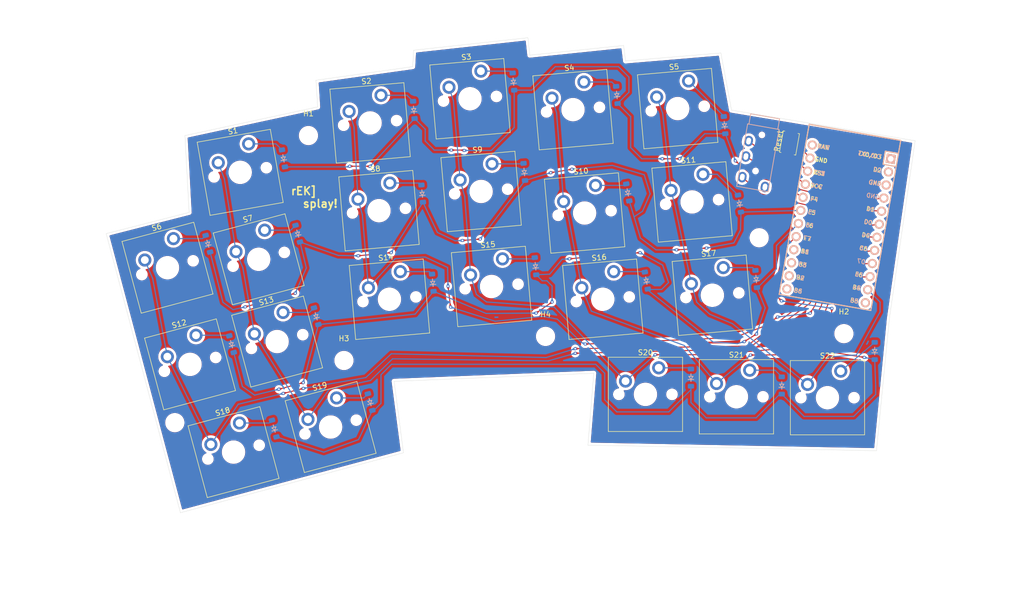
<source format=kicad_pcb>
(kicad_pcb (version 20240108) (generator "pcbnew") (generator_version "8.0")
  (title_block (title "splay-left") (date "2024-08-13") (rev "1"))
  (layers (0 "F.Cu" signal) (31 "B.Cu" signal) (34 "B.Paste" user) (35 "F.Paste" user) (36 "B.SilkS" user "B.Silkscreen") (37 "F.SilkS" user "F.Silkscreen") (38 "B.Mask" user) (39 "F.Mask" user) (44 "Edge.Cuts" user))
  (net 0 "")
  (net 1 "Net-(D1-A)")
  (net 2 "Row 1")
  (net 3 "Net-(D2-A)")
  (net 4 "Net-(D3-A)")
  (net 5 "Net-(D4-A)")
  (net 6 "Net-(D5-A)")
  (net 7 "Net-(D6-A)")
  (net 8 "Row 2")
  (net 9 "Net-(D7-A)")
  (net 10 "Net-(D8-A)")
  (net 11 "Net-(D9-A)")
  (net 12 "Net-(D10-A)")
  (net 13 "Net-(D11-A)")
  (net 14 "Net-(D12-A)")
  (net 15 "Row 3")
  (net 16 "Net-(D13-A)")
  (net 17 "Net-(D14-A)")
  (net 18 "Net-(D15-A)")
  (net 19 "Net-(D16-A)")
  (net 20 "Net-(D17-A)")
  (net 21 "Row 4")
  (net 22 "Net-(D18-A)")
  (net 23 "Net-(D19-A)")
  (net 24 "Net-(D20-A)")
  (net 25 "Net-(D21-A)")
  (net 26 "Net-(D22-A)")
  (net 27 "Col 2")
  (net 28 "Col 3")
  (net 29 "Col 4")
  (net 30 "Col 5")
  (net 31 "Col 6")
  (net 32 "Col 1")
  (net 33 "GND")
  (net 34 "RST")
  (net 44 "SIG")
  (net 45 "VCC")
  (footprint "" (layer "F.Cu") (at 75.13 103.03)
    (property "Reference" "")
    (property "Value" "")
  )
  (footprint "PCM_Switch_Keyboard_Cherry_MX:SW_Cherry_MX_PCB" (layer "F.Cu") (at 73.727177 73.402133 15)
    (property "Reference" "S6")
    (property "Value" "Keyswitch" (hide yes))
  )
  (footprint "PCM_Switch_Keyboard_Cherry_MX:SW_Cherry_MX_PCB" (layer "F.Cu") (at 165.12 97.62)
    (property "Reference" "S20")
    (property "Value" "Keyswitch" (hide yes))
  )
  (footprint "PCM_Switch_Keyboard_Cherry_MX:SW_Cherry_MX_PCB" (layer "F.Cu") (at 133.7 58.82 5)
    (property "Reference" "S9")
    (property "Value" "Keyswitch" (hide yes))
  )
  (footprint "PCM_Switch_Keyboard_Cherry_MX:SW_Cherry_MX_PCB" (layer "F.Cu") (at 174.04 60.82 5)
    (property "Reference" "S11")
    (property "Value" "Keyswitch" (hide yes))
  )
  (footprint "PCM_Switch_Keyboard_Cherry_MX:SW_Cherry_MX_PCB" (layer "F.Cu") (at 135.7 76.99 5)
    (property "Reference" "S15")
    (property "Value" "Keyswitch" (hide yes))
  )
  (footprint "PCM_Switch_Keyboard_Cherry_MX:SW_Cherry_MX_PCB" (layer "F.Cu") (at 177.919331 78.662751 5)
    (property "Reference" "S17")
    (property "Value" "Keyswitch" (hide yes))
  )
  (footprint "PCM_Switch_Keyboard_Cherry_MX:SW_Cherry_MX_PCB" (layer "F.Cu") (at 86.357177 108.662133 15)
    (property "Reference" "S18")
    (property "Value" "Keyswitch" (hide yes))
  )
  (footprint "MountingHole:MountingHole_3.2mm_M3" (layer "F.Cu") (at 186.87 67.67)
    (property "Reference" "H2" (hide yes))
    (property "Value" "Mounting_Hole" (hide yes))
  )
  (footprint "PCM_Switch_Keyboard_Cherry_MX:SW_Cherry_MX_PCB" (layer "F.Cu") (at 199.929331 98.257249)
    (property "Reference" "S22")
    (property "Value" "Keyswitch" (hide yes))
  )
  (footprint "PCM_Switch_Keyboard_Cherry_MX:SW_Cherry_MX_PCB" (layer "F.Cu") (at 151.269331 43.172751 5)
    (property "Reference" "S4")
    (property "Value" "Keyswitch" (hide yes))
  )
  (footprint "PCM_Switch_Keyboard_Cherry_MX:SW_Cherry_MX_PCB" (layer "F.Cu") (at 182.52 98.08)
    (property "Reference" "S21")
    (property "Value" "Keyswitch" (hide yes))
  )
  (footprint "MountingHole:MountingHole_3.2mm_M3" (layer "F.Cu") (at 107.47 91.14)
    (property "Reference" "H3")
    (property "Value" "Mounting_Hole" (hide yes))
  )
  (footprint "PCM_Switch_Keyboard_Cherry_MX:SW_Cherry_MX_PCB" (layer "F.Cu") (at 116.169331 79.432751 5)
    (property "Reference" "S14")
    (property "Value" "Keyswitch" (hide yes))
  )
  (footprint "MountingHole:MountingHole_3.2mm_M3" (layer "F.Cu") (at 146.019999 86.533981)
    (property "Reference" "H4")
    (property "Value" "Mounting_Hole" (hide yes))
  )
  (footprint "PCM_Switch_Keyboard_Cherry_MX:SW_Cherry_MX_PCB" (layer "F.Cu") (at 114.169331 62.492751 5)
    (property "Reference" "S8")
    (property "Value" "Keyswitch" (hide yes))
  )
  (footprint "PCM_Switch_Keyboard_Cherry_MX:SW_Cherry_MX_PCB" (layer "F.Cu") (at 156.969331 79.432751 5)
    (property "Reference" "S16")
    (property "Value" "Keyswitch" (hide yes))
  )
  (footprint "MountingHole:MountingHole_3.2mm_M3" (layer "F.Cu") (at 203.07 86.01)
    (property "Reference" "H2")
    (property "Value" "Mounting_Hole" (hide yes))
  )
  (footprint "PCM_Switch_Keyboard_Cherry_MX:SW_Cherry_MX_PCB" (layer "F.Cu") (at 87.63 55.162751 10)
    (property "Reference" "S1")
    (property "Value" "Keyswitch" (hide yes))
  )
  (footprint "PCM_Switch_Keyboard_Cherry_MX:SW_Cherry_MX_PCB" (layer "F.Cu") (at 153.489331 62.942751 5)
    (property "Reference" "S10")
    (property "Value" "Keyswitch" (hide yes))
  )
  (footprint "PCM_Switch_Keyboard_Cherry_MX:SW_Cherry_MX_PCB" (layer "F.Cu") (at 91.169331 71.792751 15)
    (property "Reference" "S7")
    (property "Value" "Keyswitch" (hide yes))
  )
  (footprint "MountingHole:MountingHole_3.2mm_M3" (layer "F.Cu") (at 100.68 48.13)
    (property "Reference" "H1")
    (property "Value" "Mounting_Hole" (hide yes))
  )
  (footprint "PCM_Switch_Keyboard_Cherry_MX:SW_Cherry_MX_PCB" (layer "F.Cu") (at 171.289331 42.972751 5)
    (property "Reference" "S5")
    (property "Value" "Keyswitch" (hide yes))
  )
  (footprint "PCM_Switch_Keyboard_Cherry_MX:SW_Cherry_MX_PCB" (layer "F.Cu") (at 78.037177 91.882133 15)
    (property "Reference" "S12")
    (property "Value" "Keyswitch" (hide yes))
  )
  (footprint "PCM_Switch_Keyboard_Cherry_MX:SW_Cherry_MX_PCB" (layer "F.Cu") (at 131.569331 41.092751 5)
    (property "Reference" "S3")
    (property "Value" "Keyswitch" (hide yes))
  )
  (footprint "Button_Switch_SMD:SW_Push_SPST_NO_Alps_SKRK" (layer "F.Cu") (at 192.67 49.55 80)
    (property "Reference" "SW1" (hide yes))
    (property "Value" "Reset")
  )
  (footprint "PCM_Switch_Keyboard_Cherry_MX:SW_Cherry_MX_PCB" (layer "F.Cu") (at 112.469331 45.712751 5)
    (property "Reference" "S2")
    (property "Value" "Keyswitch" (hide yes))
  )
  (footprint "PCM_Switch_Keyboard_Cherry_MX:SW_Cherry_MX_PCB" (layer "F.Cu") (at 104.923097 103.864801 15)
    (property "Reference" "S19")
    (property "Value" "Keyswitch" (hide yes))
  )
  (footprint "PCM_Switch_Keyboard_Cherry_MX:SW_Cherry_MX_PCB" (layer "F.Cu") (at 94.69 87.52 15)
    (property "Reference" "S13")
    (property "Value" "Keyswitch" (hide yes))
  )
  (footprint "Scotto Components:TRRS_PJ-320A" (layer "B.Cu") (at 187.670024 46.435015 170)
    (property "Reference" "U1")
    (property "Value" "TRRS")
  )
  (footprint "Scotto Components:Diode_SOD-123" (layer "B.Cu") (at 139.88 37.81 95)
    (property "Reference" "D3" (hide yes))
    (property "Value" "Diode")
  )
  (footprint "Scotto Components:Diode_SOD-123" (layer "B.Cu") (at 141.956193 55.08628 95)
    (property "Reference" "D9" (hide yes))
    (property "Value" "Diode")
  )
  (footprint "Scotto Components:Diode_SOD-123" (layer "B.Cu") (at 144.1 73.11 95)
    (property "Reference" "D15" (hide yes))
    (property "Value" "Diode")
  )
  (footprint "Scotto Components:Diode_SOD-123" (layer "B.Cu") (at 159.656189 40.36628 95)
    (property "Reference" "D4" (hide yes))
    (property "Value" "Diode")
  )
  (footprint "Scotto Components:Diode_SOD-123" (layer "B.Cu") (at 183.1 61.14 100)
    (property "Reference" "D11" (hide yes))
    (property "Value" "Diode")
  )
  (footprint "Scotto MCU 2:Arduino_Pro_Micro" (layer "B.Cu") (at 202.102033 65.021742 170)
    (property "Reference" "U2" (hide yes))
    (property "Value" "Arduino_Pro_Micro" (hide yes))
  )
  (footprint "Scotto Components:Diode_SOD-123" (layer "B.Cu") (at 186.3 75.56 95)
    (property "Reference" "D17" (hide yes))
    (property "Value" "Diode")
  )
  (footprint "Scotto Components:Diode_SOD-123" (layer "B.Cu") (at 208.96 89.32 90)
    (property "Reference" "D22" (hide yes))
    (property "Value" "Diode")
  )
  (footprint "Scotto Components:Diode_SOD-123" (layer "B.Cu") (at 81.45 68.82 105)
    (property "Reference" "D6" (hide yes))
    (property "Value" "Diode")
  )
  (footprint "Scotto Components:Diode_SOD-123" (layer "B.Cu") (at 102.16 82.68 105)
    (property "Reference" "D13" (hide yes))
    (property "Value" "Diode")
  )
  (footprint "Scotto Components:Diode_SOD-123" (layer "B.Cu") (at 94.137051 104.163776 105)
    (property "Reference" "D18" (hide yes))
    (property "Value" "Diode")
  )
  (footprint "Scotto Components:Diode_SOD-123" (layer "B.Cu") (at 161.74 59 100)
    (property "Reference" "D10" (hide yes))
    (property "Value" "Diode")
  )
  (footprint "Scotto Components:Diode_SOD-123" (layer "B.Cu") (at 95.903481 52.495069 100)
    (property "Reference" "D1" (hide yes))
    (property "Value" "Diode")
  )
  (footprint "Scotto Components:Diode_SOD-123" (layer "B.Cu") (at 173.82 94.42 90)
    (property "Reference" "D20" (hide yes))
    (property "Value" "Diode")
  )
  (footprint "Scotto Components:Diode_SOD-123" (layer "B.Cu") (at 180.246189 46.13628 95)
    (property "Reference" "D5" (hide yes))
    (property "Value" "Diode")
  )
  (footprint "Scotto Components:Diode_SOD-123" (layer "B.Cu") (at 165.29 75.86 100)
    (property "Reference" "D16" (hide yes))
    (property "Value" "Diode")
  )
  (footprint "Scotto Components:Diode_SOD-123" (layer "B.Cu") (at 85.97 88.02 105)
    (property "Reference" "D12" (hide yes))
    (property "Value" "Diode")
  )
  (footprint "Scotto Components:Diode_SOD-123" (layer "B.Cu") (at 112.47 99.1 105)
    (property "Reference" "D19" (hide yes))
    (property "Value" "Diode")
  )
  (footprint "Scotto Components:Diode_SOD-123" (layer "B.Cu") (at 98.64 66.89 105)
    (property "Reference" "D7" (hide yes))
    (property "Value" "Diode")
  )
  (footprint "Scotto Components:Diode_SOD-123" (layer "B.Cu") (at 122.43 59.23 95)
    (property "Reference" "D8" (hide yes))
    (property "Value" "Diode")
  )
  (footprint "Scotto Components:Diode_SOD-123" (layer "B.Cu") (at 191.19 95.919999 90)
    (property "Reference" "D21" (hide yes))
    (property "Value" "Diode")
  )
  (footprint "Scotto Components:Diode_SOD-123" (layer "B.Cu") (at 120.83 43.23 95)
    (property "Reference" "D2" (hide yes))
    (property "Value" "Diode")
  )
  (footprint "Scotto Components:Diode_SOD-123" (layer "B.Cu") (at 124.46 76.27 95)
    (property "Reference" "D14" (hide yes))
    (property "Value" "Diode")
  )
  (gr_line (start 211.77 83.15) (end 209.306434 108.399367) (stroke (width 0.05)) (layer "Edge.Cuts"))
  (gr_line (start 142.65 29.42) (end 143.02 32.75) (stroke (width 0.05)) (layer "Edge.Cuts"))
  (gr_line (start 155.23 93.59) (end 117.07 95.13) (stroke (width 0.05)) (layer "Edge.Cuts"))
  (gr_line (start 160.95 30.9) (end 161.32 33.86) (stroke (width 0.05)) (layer "Edge.Cuts"))
  (gr_line (start 120.61 34.95) (end 120.79 31.81) (stroke (width 0.05)) (layer "Edge.Cuts"))
  (gr_line (start 118.86 108.79) (end 76.2 120.25595) (stroke (width 0.05)) (layer "Edge.Cuts"))
  (gr_line (start 209.306434 108.399367) (end 154.12 107.33) (stroke (width 0.05)) (layer "Edge.Cuts"))
  (gr_line (start 143.02 32.75) (end 160.95 30.9) (stroke (width 0.05)) (layer "Edge.Cuts"))
  (gr_line (start 181.59 43.27) (end 216.7 49.12) (stroke (width 0.05)) (layer "Edge.Cuts"))
  (gr_line (start 216.7 49.12) (end 211.77 83.15) (stroke (width 0.05)) (layer "Edge.Cuts"))
  (gr_line (start 154.12 107.33) (end 155.23 93.59) (stroke (width 0.05)) (layer "Edge.Cuts"))
  (gr_line (start 102.44 42.65) (end 102.11 37.55) (stroke (width 0.05)) (layer "Edge.Cuts"))
  (gr_line (start 161.32 33.86) (end 179.55 32.33) (stroke (width 0.05)) (layer "Edge.Cuts"))
  (gr_line (start 102.11 37.55) (end 120.61 34.95) (stroke (width 0.05)) (layer "Edge.Cuts"))
  (gr_line (start 179.55 32.33) (end 181.59 43.27) (stroke (width 0.05)) (layer "Edge.Cuts"))
  (gr_line (start 77.06 48.13) (end 77.86 62.82) (stroke (width 0.05)) (layer "Edge.Cuts"))
  (gr_line (start 120.79 31.81) (end 142.65 29.42) (stroke (width 0.05)) (layer "Edge.Cuts"))
  (gr_line (start 77.06 48.13) (end 102.44 42.65) (stroke (width 0.05)) (layer "Edge.Cuts"))
  (gr_line (start 62 66.88) (end 77.86 62.82) (stroke (width 0.05)) (layer "Edge.Cuts"))
  (gr_line (start 76.2 120.25595) (end 62 66.88) (stroke (width 0.05)) (layer "Edge.Cuts"))
  (gr_line (start 117.07 95.13) (end 118.86 108.79) (stroke (width 0.05)) (layer "Edge.Cuts"))
  (gr_text "rEK]\n  splay!" (at 97.18 62.04 0) (layer "F.SilkS") (effects (font (size 1.5 1.5) (thickness 0.3) (bold yes)) (justify left bottom)))
  (segment (start 94.465685 49.718861) (end 95.616962 50.870138) (width 0.2) (layer "B.Cu") (net 1))
  (segment (start 89.249279 49.718861) (end 94.465685 49.718861) (width 0.2) (layer "B.Cu") (net 1))
  (segment (start 190.47 57.13) (end 195.259398 59.946425) (width 0.2) (layer "F.Cu") (net 2))
  (segment (start 185.65 55.85) (end 190.47 57.13) (width 0.2) (layer "F.Cu") (net 2))
  (segment (start 168.34 52.57) (end 171.67 52.57) (width 0.2) (layer "F.Cu") (net 2))
  (segment (start 108.58 54) (end 112.42 54) (width 0.2) (layer "F.Cu") (net 2))
  (segment (start 182.32 52.97) (end 185.65 55.85) (width 0.2) (layer "F.Cu") (net 2))
  (segment (start 130.39 50.91) (end 130.46 50.98) (width 0.2) (layer "F.Cu") (net 2))
  (segment (start 112.42 54) (end 112.45 54.03) (width 0.2) (layer "F.Cu") (net 2))
  (segment (start 128 50.91) (end 130.39 50.91) (width 0.2) (layer "F.Cu") (net 2))
  (via (at 128 50.91) (size 0.6) (drill 0.3) (layers "F.Cu" "B.Cu") (net 2))
  (via (at 112.45 54.03) (size 0.6) (drill 0.3) (layers "F.Cu" "B.Cu") (net 2))
  (via (at 171.67 52.57) (size 0.6) (drill 0.3) (layers "F.Cu" "B.Cu") (net 2))
  (via (at 108.58 54) (size 0.6) (drill 0.3) (layers "F.Cu" "B.Cu") (net 2))
  (via (at 182.32 52.97) (size 0.6) (drill 0.3) (layers "F.Cu" "B.Cu") (net 2))
  (via (at 130.46 50.98) (size 0.6) (drill 0.3) (layers "F.Cu" "B.Cu") (net 2))
  (via (at 168.34 52.57) (size 0.6) (drill 0.3) (layers "F.Cu" "B.Cu") (net 2))
  (segment (start 124.74 50.91) (end 124.94 50.91) (width 0.2) (layer "B.Cu") (net 2))
  (segment (start 161.96 36.95) (end 161.96 39.849993) (width 0.2) (layer "B.Cu") (net 2))
  (segment (start 162.3 44.510009) (end 162.3 50.44) (width 0.2) (layer "B.Cu") (net 2))
  (segment (start 112.45 54.03) (end 120.973804 44.873721) (width 0.2) (layer "B.Cu") (net 2))
  (segment (start 124.94 50.91) (end 128 50.91) (width 0.2) (layer "B.Cu") (net 2))
  (segment (start 162.3 50.44) (end 164.43 52.57) (width 0.2) (layer "B.Cu") (net 2))
  (segment (start 147.87 34.96) (end 159.97 34.96) (width 0.2) (layer "B.Cu") (net 2))
  (segment (start 164.43 52.57) (end 168.34 52.57) (width 0.2) (layer "B.Cu") (net 2))
  (segment (start 143.37628 39.45372) (end 147.87 34.96) (width 0.2) (layer "B.Cu") (net 2))
  (segment (start 159.97 34.96) (end 161.96 36.95) (width 0.2) (layer "B.Cu") (net 2))
  (segment (start 108.46 54.12) (end 108.58 54) (width 0.2) (layer "B.Cu") (net 2))
  (segment (start 161.96 39.849993) (end 159.799992 42.010001) (width 0.2) (layer "B.Cu") (net 2))
  (segment (start 140.023809 39.45372) (end 143.37628 39.45372) (width 0.2) (layer "B.Cu") (net 2))
  (segment (start 180.389992 47.780001) (end 182.32 52.97) (width 0.2) (layer "B.Cu") (net 2))
  (segment (start 140.023809 46.596191) (end 140.023809 39.45372) (width 0.2) (layer "B.Cu") (net 2))
  (segment (start 171.67 52.57) (end 176.459999 47.780001) (width 0.2) (layer "B.Cu") (net 2))
  (segment (start 123.01 49.18) (end 124.74 50.91) (width 0.2) (layer "B.Cu") (net 2))
  (segment (start 159.799992 42.010001) (end 162.3 44.510009) (width 0.2) (layer "B.Cu") (net 2))
  (segment (start 135.64 50.98) (end 140.023809 46.596191) (width 0.2) (layer "B.Cu") (net 2))
  (segment (start 130.46 50.98) (end 135.64 50.98) (width 0.2) (layer "B.Cu") (net 2))
  (segment (start 120.973804 44.873721) (end 123.01 46.909917) (width 0.2) (layer "B.Cu") (net 2))
  (segment (start 176.459999 47.780001) (end 180.389992 47.780001) (width 0.2) (layer "B.Cu") (net 2))
  (segment (start 123.01 46.909917) (end 123.01 49.18) (width 0.2) (layer "B.Cu") (net 2))
  (segment (start 96.19 54.12) (end 108.46 54.12) (width 0.2) (layer "B.Cu") (net 2))
  (segment (start 114.556914 40.430706) (end 119.530623 40.430706) (width 0.2) (layer "B.Cu") (net 3))
  (segment (start 119.530623 40.430706) (end 120.686196 41.586279) (width 0.2) (layer "B.Cu") (net 3))
  (segment (start 133.656914 35.810706) (end 139.380617 35.810706) (width 0.2) (layer "B.Cu") (net 4))
  (segment (start 139.380617 35.810706) (end 139.736191 36.16628) (width 0.2) (layer "B.Cu") (net 4))
  (segment (start 158.680533 37.890706) (end 159.512386 38.722559) (width 0.2) (layer "B.Cu") (net 5))
  (segment (start 153.356914 37.890706) (end 158.680533 37.890706) (width 0.2) (layer "B.Cu") (net 5))
  (segment (start 173.376914 37.690706) (end 180.102386 44.416178) (width 0.2) (layer "B.Cu") (net 6))
  (segment (start 180.102386 44.416178) (end 180.102386 44.492559) (width 0.2) (layer "B.Cu") (net 6))
  (segment (start 80.411343 67.837829) (end 81.022949 67.226223) (width 0.2) (layer "B.Cu") (net 7))
  (segment (start 74.865828 67.837829) (end 80.411343 67.837829) (width 0.2) (layer "B.Cu") (net 7))
  (segment (start 88.58 80.89) (end 98.16 78.29) (width 0.2) (layer "F.Cu") (net 8))
  (segment (start 130.13 68.19) (end 133.52 67.93) (width 0.2) (layer "F.Cu") (net 8))
  (segment (start 171.07 69.99) (end 176.79 69.65) (width 0.2) (layer "F.Cu") (net 8))
  (segment (start 147.01 55.23) (end 151.06 54.57) (width 0.2) (layer "F.Cu") (net 8))
  (segment (start 110.19 71.12) (end 116.5 70.52) (width 0.2) (layer "F.Cu") (net 8))
  (via (at 116.5 70.52) (size 0.6) (drill 0.3) (layers "F.Cu" "B.Cu") (net 8))
  (via (at 88.58 80.89) (size 0.6) (drill 0.3) (layers "F.Cu" "B.Cu") (net 8))
  (via (at 147.01 55.23) (size 0.6) (drill 0.3) (layers "F.Cu" "B.Cu") (net 8))
  (via (at 110.19 71.12) (size 0.6) (drill 0.3) (layers "F.Cu" "B.Cu") (net 8))
  (via (at 151.06 54.57) (size 0.6) (drill 0.3) (layers "F.Cu" "B.Cu") (net 8))
  (via (at 133.52 67.93) (size 0.6) (drill 0.3) (layers "F.Cu" "B.Cu") (net 8))
  (via (at 98.16 78.29) (size 0.6) (drill 0.3) (layers "F.Cu" "B.Cu") (net 8))
  (via (at 130.13 68.19) (size 0.6) (drill 0.3) (layers "F.Cu" "B.Cu") (net 8))
  (via (at 171.07 69.99) (size 0.6) (drill 0.3) (layers "F.Cu" "B.Cu") (net 8))
  (via (at 176.79 69.65) (size 0.6) (drill 0.3) (layers "F.Cu" "B.Cu") (net 8))
  (segment (start 133.52 67.93) (end 142.1 56.73) (width 0.2) (layer "B.Cu") (net 8))
  (segment (start 86.26 81.42) (end 88.58 80.89) (width 0.2) (layer "B.Cu") (net 8))
  (segment (start 164.89 55.63) (end 166.02 59.28) (width 0.2) (layer "B.Cu") (net 8))
  (segment (start 128.73 68.26) (end 130.13 68.19) (width 0.2) (layer "B.Cu") (net 8))
  (segment (start 116.5 70.52) (end 122.573807 60.87372) (width 0.2) (layer "B.Cu") (net 8))
  (segment (start 122.573807 60.87372) (end 125.34 66.66) (width 0.2) (layer "B.Cu") (net 8))
  (segment (start 100.28 73.44) (end 99.067051 68.483777) (width 0.2) (layer "B.Cu") (net 8))
  (segment (start 151.06 54.57) (end 158.77 53.83) (width 0.2) (layer "B.Cu") (net 8))
  (segment (start 84.33 80.02) (end 86.26 81.42) (width 0.2) (layer "B.Cu") (net 8))
  (segment (start 162.94088 63.67) (end 164.16 67.73) (width 0.2) (layer "B.Cu") (net 8))
  (segment (start 183.3 66.2) (end 183.386519 62.764932) (width 0.2) (layer "B.Cu") (net 8))
  (segment (start 164.56 62.61) (end 162.94088 63.67) (width 0.2) (layer "B.Cu") (net 8))
  (segment (start 182.04 68.66) (end 183.3 66.2) (width 0.2) (layer "B.Cu") (net 8))
  (segment (start 183.386519 62.764932) (end 194.818331 62.447837) (width 0.2) (layer "B.Cu") (net 8))
  (segment (start 166.02 59.28) (end 164.56 62.61) (width 0.2) (layer "B.Cu") (net 8))
  (segment (start 106.4 71.05) (end 110.19 71.12) (width 0.2) (layer "B.Cu") (net 8))
  (segment (start 158.77 53.83) (end 164.89 55.63) (width 0.2) (layer "B.Cu") (net 8))
  (segment (start 162.026519 60.624932) (end 162.94088 63.67) (width 0.2) (layer "B.Cu") (net 8))
  (segment (start 176.79 69.65) (end 182.04 68.66) (width 0.2) (layer "B.Cu") (net 8))
  (segment (start 167.15 69.99) (end 171.07 69.99) (width 0.2) (layer "B.Cu") (net 8))
  (segment (start 98.16 78.29) (end 100.28 73.44) (width 0.2) (layer "B.Cu") (net 8))
  (segment (start 81.877051 70.413777) (end 84.33 80.02) (width 0.2) (layer "B.Cu") (net 8))
  (segment (start 125.34 66.66) (end 128.73 68.26) (width 0.2) (layer "B.Cu") (net 8))
  (segment (start 164.16 67.73) (end 167.15 69.99) (width 0.2) (layer "B.Cu") (net 8))
  (segment (start 142.1 56.73) (end 147.01 55.23) (width 0.2) (layer "B.Cu") (net 8))
  (segment (start 99.067051 68.483777) (end 106.4 71.05) (width 0.2) (layer "B.Cu") (net 8))
  (segment (start 92.307982 66.228447) (end 97.280725 66.228447) (width 0.2) (layer "B.Cu") (net 9))
  (segment (start 97.280725 66.228447) (end 98.212949 65.296223) (width 0.2) (layer "B.Cu") (net 9))
  (segment (start 116.256914 57.210706) (end 121.910619 57.210706) (width 0.2) (layer "B.Cu") (net 10))
  (segment (start 121.910619 57.210706) (end 122.286193 57.58628) (width 0.2) (layer "B.Cu") (net 10))
  (segment (start 141.716991 53.537955) (end 141.812386 53.44256) (width 0.2) (layer "B.Cu") (net 11))
  (segment (start 135.787583 53.537955) (end 141.716991 53.537955) (width 0.2) (layer "B.Cu") (net 11))
  (segment (start 155.576914 57.660706) (end 161.167843 57.660706) (width 0.2) (layer "B.Cu") (net 12))
  (segment (start 161.167843 57.660706) (end 161.453481 57.375068) (width 0.2) (layer "B.Cu") (net 12))
  (segment (start 176.127583 55.537955) (end 178.836368 55.537955) (width 0.2) (layer "B.Cu") (net 13))
  (segment (start 178.836368 55.537955) (end 182.813481 59.515068) (width 0.2) (layer "B.Cu") (net 13))
  (segment (start 85.434555 86.317829) (end 85.542949 86.426223) (width 0.2) (layer "B.Cu") (net 14))
  (segment (start 79.175828 86.317829) (end 85.434555 86.317829) (width 0.2) (layer "B.Cu") (net 14))
  (segment (start 144.22 82.08) (end 147.27 79.96) (width 0.2) (layer "F.Cu") (net 15))
  (segment (start 184.03 87.53) (end 186.36 86.07) (width 0.2) (layer "F.Cu") (net 15))
  (segment (start 155.05 71.25) (end 164.09 70.52) (width 0.2) (layer "F.Cu") (net 15))
  (segment (start 95.03 96.64) (end 99.68 95.38) (width 0.2) (layer "F.Cu") (net 15))
  (segment (start 150.6 71.71) (end 155.05 71.25) (width 0.2) (layer "F.Cu") (net 15))
  (via (at 144.22 82.08) (size 0.6) (drill 0.3) (layers "F.Cu" "B.Cu") (net 15))
  (via (at 186.36 86.07) (size 0.6) (drill 0.3) (layers "F.Cu" "B.Cu") (net 15))
  (via (at 99.68 95.38) (size 0.6) (drill 0.3) (layers "F.Cu" "B.Cu") (net 15))
  (via (at 147.27 79.96) (size 0.6) (drill 0.3) (layers "F.Cu" "B.Cu") (net 15))
  (via (at 95.03 96.64) (size 0.6) (drill 0.3) (layers "F.Cu" "B.Cu") (net 15))
  (via (at 164.09 70.52) (size 0.6) (drill 0.3) (layers "F.Cu" "B.Cu") (net 15))
  (via (at 150.6 71.71) (size 0.6) (drill 0.3) (layers "F.Cu" "B.Cu") (net 15))
  (via (at 184.03 87.53) (size 0.6) (drill 0.3) (layers "F.Cu" "B.Cu") (net 15))
  (segment (start 88.05 96.11) (end 90.38 97.77) (width 0.2) (layer "B.Cu") (net 15))
  (segment (start 186.58628 77.20372) (end 190.17 73.62) (width 0.2) (layer "B.Cu") (net 15))
  (segment (start 102.587051 84.273777) (end 121.09 82.28) (width 0.2) (layer "B.Cu") (net 15))
  (segment (start 164.09 70.52) (end 168.41 72.91) (width 0.2) (layer "B.Cu") (net 15))
  (segment (start 149.2 71.78) (end 150.6 71.71) (width 0.2) (layer "B.Cu") (net 15))
  (segment (start 165.576519 77.484932) (end 165.35 77.5) (width 0.2) (layer "B.Cu") (net 15))
  (segment (start 165.82 77.56) (end 165.576519 77.484932) (width 0.2) (layer "B.Cu") (net 15))
  (segment (start 124.603807 77.91372) (end 134.65 82.15) (width 0.2) (layer "B.Cu") (net 15))
  (segment (start 186.443807 77.20372) (end 186.58628 77.20372) (width 0.2) (layer "B.Cu") (net 15))
  (segment (start 188.02 81.09) (end 186.443807 77.20372) (width 0.2) (layer "B.Cu") (net 15))
  (segment (start 90.38 97.77) (end 95.03 96.64) (width 0.2) (layer "B.Cu") (net 15))
  (segment (start 165.35 77.5) (end 178.05 87.6) (width 0.2) (layer "B.Cu") (net 15))
  (segment (start 147.27 76.89) (end 146.28 75.9) (width 0.2) (layer "B.Cu") (net 15))
  (segment (start 186.36 86.07) (end 188.02 81.09) (width 0.2) (layer "B.Cu") (net 15))
  (segment (start 147.27 79.96) (end 147.27 76.89) (width 0.2) (layer "B.Cu") (net 15))
  (segment (start 182.7 87.93) (end 184.03 87.53) (width 0.2) (layer "B.Cu") (net 15))
  (segment (start 144.243807 74.75372) (end 146.81 74.64) (width 0.2) (layer "B.Cu") (net 15))
  (segment (start 190.17 69.2) (end 190.25 69.12) (width 0.2) (layer "B.Cu") (net 15))
  (segment (start 86.397051 89.613777) (end 88.05 96.11) (width 0.2) (layer "B.Cu") (net 15))
  (segment (start 190.25 69.12) (end 190.25 69.076514) (width 0.2) (layer "B.Cu") (net 15))
  (segment (start 178.05 87.6) (end 182.7 87.93) (width 0.2) (layer "B.Cu") (net 15))
  (segment (start 190.25 69.076514) (end 194.377265 64.949249) (width 0.2) (layer "B.Cu") (net 15))
  (segment (start 121.09 82.28) (end 124.603807 77.91372) (width 0.2) (layer "B.Cu") (net 15))
  (segment (start 190.17 73.62) (end 190.17 69.2) (width 0.2) (layer "B.Cu") (net 15))
  (segment (start 145.390087 75.9) (end 144.243807 74.75372) (width 0.2) (layer "B.Cu") (net 15))
  (segment (start 168.41 72.91) (end 169.54 76.23) (width 0.2) (layer "B.Cu") (net 15))
  (segment (start 134.65 82.15) (end 144.22 82.08) (width 0.2) (layer "B.Cu") (net 15))
  (segment (start 169.54 76.23) (end 168.21 77.56) (width 0.2) (layer "B.Cu") (net 15))
  (segment (start 146.28 75.9) (end 145.390087 75.9) (width 0.2) (layer "B.Cu") (net 15))
  (segment (start 146.81 74.64) (end 149.2 71.78) (width 0.2) (layer "B.Cu") (net 15))
  (segment (start 99.68 95.38) (end 102.587051 84.273777) (width 0.2) (layer "B.Cu") (net 15))
  (segment (start 168.21 77.56) (end 165.82 77.56) (width 0.2) (layer "B.Cu") (net 15))
  (segment (start 95.828651 81.955696) (end 100.863476 81.955696) (width 0.2) (layer "B.Cu") (net 16))
  (segment (start 100.863476 81.955696) (end 101.732949 81.086223) (width 0.2) (layer "B.Cu") (net 16))
  (segment (start 123.840619 74.150706) (end 124.316193 74.62628) (width 0.2) (layer "B.Cu") (net 17))
  (segment (start 118.256914 74.150706) (end 123.840619 74.150706) (width 0.2) (layer "B.Cu") (net 17))
  (segment (start 137.787583 71.707955) (end 143.714518 71.707955) (width 0.2) (layer "B.Cu") (net 18))
  (segment (start 143.714518 71.707955) (end 143.956193 71.46628) (width 0.2) (layer "B.Cu") (net 18))
  (segment (start 159.056914 74.150706) (end 164.919119 74.150706) (width 0.2) (layer "B.Cu") (net 19))
  (segment (start 164.919119 74.150706) (end 165.003481 74.235068) (width 0.2) (layer "B.Cu") (net 19))
  (segment (start 185.620619 73.380706) (end 186.156193 73.91628) (width 0.2) (layer "B.Cu") (net 20))
  (segment (start 180.006914 73.380706) (end 185.620619 73.380706) (width 0.2) (layer "B.Cu") (net 20))
  (segment (start 200.66 82.41) (end 200.78 81.18) (width 0.2) (layer "F.Cu") (net 21))
  (segment (start 198.74 88.64) (end 198.19 87.12) (width 0.2) (layer "F.Cu") (net 21))
  (segment (start 190.65 73.92) (end 191.53 69.77) (width 0.2) (layer "F.Cu") (net 21))
  (segment (start 198.19 87.12) (end 200.66 82.41) (width 0.2) (layer "F.Cu") (net 21))
  (segment (start 191.13 79.74) (end 189.45 78.06) (width 0.2) (layer "F.Cu") (net 21))
  (segment (start 191.53 69.77) (end 193.936196 67.45066) (width 0.2) (layer "F.Cu") (net 21))
  (segment (start 189.45 78.06) (end 190.65 73.92) (width 0.2) (layer "F.Cu") (net 21))
  (segment (start 206.96 90.55) (end 200.42 89.51) (width 0.2) (layer "F.Cu") (net 21))
  (segment (start 200.42 89.51) (end 198.74 88.64) (width 0.2) (layer "F.Cu") (net 21))
  (via (at 206.96 90.55) (size 0.6) (drill 0.3) (layers "F.Cu" "B.Cu") (net 21))
  (via (at 200.78 81.18) (size 0.6) (drill 0.3) (layers "F.Cu" "B.Cu") (net 21))
  (via (at 191.13 79.74) (size 0.6) (drill 0.3) (layers "F.Cu" "B.Cu") (net 21))
  (segment (start 195.450002 101.83) (end 191.19 97.569998) (width 0.2) (layer "B.Cu") (net 21))
  (segment (start 191.19 97.569998) (end 190.820002 97.569998) (width 0.2) (layer "B.Cu") (net 21))
  (segment (start 113.196223 100.693777) (end 112.897051 100.693777) (width 0.2) (layer "B.Cu") (net 21))
  (segment (start 176.75 102.11) (end 173.82 99.18) (width 0.2) (layer "B.Cu") (net 21))
  (segment (start 173.82 96.069999) (end 173.82 96.73) (width 0.2) (layer "B.Cu") (net 21))
  (segment (start 204.95 101.83) (end 195.450002 101.83) (width 0.2) (layer "B.Cu") (net 21))
  (segment (start 114.55 93.88) (end 114.55 99.34) (width 0.2) (layer "B.Cu") (net 21))
  (segment (start 157.33 93.59) (end 155.61 91.87) (width 0.2) (layer "B.Cu") (net 21))
  (segment (start 159.64 100.97) (end 157.33 98.66) (width 0.2) (layer "B.Cu") (net 21))
  (segment (start 200.78 81.18) (end 191.13 79.74) (width 0.2) (layer "B.Cu") (net 21))
  (segment (start 103.61 108.67) (end 110.25 106.28) (width 0.2) (layer "B.Cu") (net 21))
  (segment (start 94.564102 105.757552) (end 103.61 108.67) (width 0.2) (layer "B.Cu") (net 21))
  (segment (start 209.15 96.029999) (end 209.15 97.63) (width 0.2) (layer "B.Cu") (net 21))
  (segment (start 157.33 98.66) (end 157.33 93.59) (width 0.2) (layer "B.Cu") (net 21))
  (segment (start 169.58 100.97) (end 159.64 100.97) (width 0.2) (layer "B.Cu") (net 21))
  (segment (start 186.28 102.11) (end 176.75 102.11) (width 0.2) (layer "B.Cu") (net 21))
  (segment (start 190.820002 97.569998) (end 186.28 102.11) (width 0.2) (layer "B.Cu") (net 21))
  (segment (start 208.96 90.969999) (end 206.96 90.55) (width 0.2) (layer "B.Cu") (net 21))
  (segment (start 209.15 97.63) (end 204.95 101.83) (width 0.2) (layer "B.Cu") (net 21))
  (segment (start 116.56 91.87) (end 114.55 93.88) (width 0.2) (layer "B.Cu") (net 21))
  (segment (start 114.55 99.34) (end 113.196223 100.693777) (width 0.2) (layer "B.Cu") (net 21))
  (segment (start 110.25 106.28) (end 112.897051 100.693777) (width 0.2) (layer "B.Cu") (net 21))
  (segment (start 173.82 99.18) (end 173.82 96.069999) (width 0.2) (layer "B.Cu") (net 21))
  (segment (start 155.61 91.87) (end 116.56 91.87) (width 0.2) (layer "B.Cu") (net 21))
  (segment (start 209.15 96.029999) (end 208.96 90.969999) (width 0.2) (layer "B.Cu") (net 21))
  (segment (start 173.82 96.73) (end 169.58 100.97) (width 0.2) (layer "B.Cu") (net 21))
  (segment (start 93.182171 103.097829) (end 93.71 102.57) (width 0.2) (layer "B.Cu") (net 22))
  (segment (start 87.495828 103.097829) (end 93.182171 103.097829) (width 0.2) (layer "B.Cu") (net 22))
  (segment (start 106.061748 98.300497) (end 111.248675 98.300497) (width 0.2) (layer "B.Cu") (net 23))
  (segment (start 111.248675 98.300497) (end 112.042949 97.506223) (width 0.2) (layer "B.Cu") (net 23))
  (segment (start 167.66 92.54) (end 173.589999 92.54) (width 0.2) (layer "B.Cu") (net 24))
  (segment (start 173.589999 92.54) (end 173.82 92.770001) (width 0.2) (layer "B.Cu") (net 24))
  (segment (start 189.92 93) (end 191.19 94.27) (width 0.2) (layer "B.Cu") (net 25))
  (segment (start 185.06 93) (end 189.92 93) (width 0.2) (layer "B.Cu") (net 25))
  (segment (start 202.469331 93.177249) (end 208.96 87.670001) (width 0.2) (layer "B.Cu") (net 26))
  (segment (start 184.64 88.96) (end 151.7 89.76) (width 0.2) (layer "F.Cu") (net 27))
  (segment (start 209.385735 67.595647) (end 202.82 67.21) (width 0.2) (layer "F.Cu") (net 27))
  (segment (start 196.61 80.17) (end 184.64 88.96) (width 0.2) (layer "F.Cu") (net 27))
  (segment (start 202.82 67.21) (end 199.44 69.75) (width 0.2) (layer "F.Cu") (net 27))
  (segment (start 199.44 69.75) (end 196.61 80.17) (width 0.2) (layer "F.Cu") (net 27))
  (via (at 151.7 89.76) (size 0.6) (drill 0.3) (layers "F.Cu" "B.Cu") (net 27))
  (segment (start 151.7 89.76) (end 146.52 91.22) (width 0.2) (layer "B.Cu") (net 27))
  (segment (start 84.61 56.45) (end 83.436816 53.322939) (width 0.2) (layer "B.Cu") (net 27))
  (segment (start 86.831753 70.3254) (end 84.61 56.45) (width 0.2) (layer "B.Cu") (net 27))
  (segment (start 100.585519 102.39745) (end 104.64 96.64) (width 0.2) (layer "B.Cu") (net 27))
  (segment (start 88.13 73.37) (end 86.831753 70.3254) (width 0.2) (layer "B.Cu") (net 27))
  (segment (start 112.54 94.97) (end 116.77 90.82) (width 0.2) (layer "B.Cu") (net 27))
  (segment (start 116.77 90.82) (end 146.52 91.22) (width 0.2) (layer "B.Cu") (net 27))
  (segment (start 104.64 96.64) (end 112.54 94.97) (width 0.2) (layer "B.Cu") (net 27))
  (segment (start 90.352422 86.052649) (end 88.13 73.37) (width 0.2) (layer "B.Cu") (net 27))
  (segment (start 100.585519 102.39745) (end 90.352422 86.052649) (width 0.2) (layer "B.Cu") (net 27))
  (segment (start 153.61 88) (end 182.17 86.73) (width 0.2) (layer "F.Cu") (net 28))
  (segment (start 127.37 76.94) (end 127.85 80.93) (width 0.2) (layer "F.Cu") (net 28))
  (segment (start 208.944668 70.097059) (end 202.54 70.86) (width 0.2) (layer "F.Cu") (net 28))
  (segment (start 202.54 70.86) (end 199.72 73.24) (width 0.2) (layer "F.Cu") (net 28))
  (segment (start 196.61 82.1) (end 197.55 80.61) (width 0.2) (layer "F.Cu") (net 28))
  (segment (start 199.72 73.24) (end 197.55 80.61) (width 0.2) (layer "F.Cu") (net 28))
  (segment (start 182.17 86.73) (end 188.07 84.49) (width 0.2) (layer "F.Cu") (net 28))
  (segment (start 188.07 84.49) (end 190.38 82.82) (width 0.2) (layer "F.Cu") (net 28))
  (via (at 196.61 82.1) (size 0.6) (drill 0.3) (layers "F.Cu" "B.Cu") (net 28))
  (via (at 153.61 88) (size 0.6) (drill 0.3) (layers "F.Cu" "B.Cu") (net 28))
  (via (at 190.38 82.82) (size 0.6) (drill 0.3) (layers "F.Cu" "B.Cu") (net 28))
  (via (at 127.85 80.93) (size 0.6) (drill 0.3) (layers "F.Cu" "B.Cu") (net 28))
  (via (at 127.37 76.94) (size 0.6) (drill 0.3) (layers "F.Cu" "B.Cu") (net 28))
  (segment (start 136.39 83.64) (end 145.48 82.69) (width 0.2) (layer "B.Cu") (net 28))
  (segment (start 152.9 87.71) (end 153.61 88) (width 0.2) (layer "B.Cu") (net 28))
  (segment (start 117.24 71.68) (end 122.99 71.36) (width 0.2) (layer "B.Cu") (net 28))
  (segment (start 112.152454 77.23448) (end 110.99 63.27) (width 0.2) (layer "B.Cu") (net 28))
  (segment (start 127.29 73.35) (end 127.37 76.94) (width 0.2) (layer "B.Cu") (net 28))
  (segment (start 109.39 46.51) (end 108.452454 43.51448) (width 0.2) (layer "B.Cu") (net 28))
  (segment (start 110.99 63.27) (end 110.152454 60.29448) (width 0.2) (layer "B.Cu") (net 28))
  (segment (start 112.152454 77.23448) (end 117.24 71.68) (width 0.2) (layer "B.Cu") (net 28))
  (segment (start 145.48 82.69) (end 148.27 83.24) (width 0.2) (layer "B.Cu") (net 28))
  (segment (start 127.85 80.93) (end 136.39 83.64) (width 0.2) (layer "B.Cu") (net 28))
  (segment (start 122.99 71.36) (end 127.29 73.35) (width 0.2) (layer "B.Cu") (net 28))
  (segment (start 190.38 82.82) (end 196.61 82.1) (width 0.2) (layer "B.Cu") (net 28))
  (segment (start 110.152454 60.29448) (end 109.39 46.51) (width 0.2) (layer "B.Cu") (net 28))
  (segment (start 148.27 83.24) (end 152.9 87.71) (width 0.2) (layer "B.Cu") (net 28))
  (segment (start 208.503602 72.59847) (end 202.87 72.75) (width 0.2) (layer "F.Cu") (net 29))
  (segment (start 194.91 87.23) (end 189.8 88.99) (width 0.2) (layer "F.Cu") (net 29))
  (segment (start 189.8 88.99) (end 177.84 90.03) (width 0.2) (layer "F.Cu") (net 29))
  (segment (start 200.38 75.29) (end 198.72 80.78) (width 0.2) (layer "F.Cu") (net 29))
  (segment (start 202.87 72.75) (end 200.38 75.29) (width 0.2) (layer "F.Cu") (net 29))
  (segment (start 198.72 80.78) (end 194.91 87.23) (width 0.2) (layer "F.Cu") (net 29))
  (segment (start 177.84 90.03) (end 166.99 90.03) (width 0.2) (layer "F.Cu") (net 29))
  (via (at 166.99 90.03) (size 0.6) (drill 0.3) (layers "F.Cu" "B.Cu") (net 29))
  (segment (start 128.39 41.45) (end 127.552454 38.89448) (width 0.2) (layer "B.Cu") (net 29))
  (segment (start 132.8 78.51) (end 131.683123 74.791729) (width 0.2) (layer "B.Cu") (net 29))
  (segment (start 161.31 95.08) (end 147.64 80.91) (width 0.2) (layer "B.Cu") (net 29))
  (segment (start 147.64 80.91) (end 134.73 79.95) (width 0.2) (layer "B.Cu") (net 29))
  (segment (start 134.73 79.95) (end 132.8 78.51) (width 0.2) (layer "B.Cu") (net 29))
  (segment (start 131.683123 74.791729) (end 130.56 59.82) (width 0.2) (layer "B.Cu") (net 29))
  (segment (start 129.683123 56.621729) (end 128.39 41.45) (width 0.2) (layer "B.Cu") (net 29))
  (segment (start 130.56 59.82) (end 129.683123 56.621729) (width 0.2) (layer "B.Cu") (net 29))
  (segment (start 166.99 90.03) (end 161.31 95.08) (width 0.2) (layer "B.Cu") (net 29))
  (segment (start 208.02 75.13) (end 203.54 75.29) (width 0.2) (layer "F.Cu") (net 30))
  (segment (start 185.2 90.1) (end 194.37 90.02) (width 0.2) (layer "F.Cu") (net 30))
  (segment (start 194.37 90.02) (end 198.36 85) (width 0.2) (layer "F.Cu") (net 30))
  (segment (start 203.54 75.29) (end 201.49 76.62) (width 0.2) (layer "F.Cu") (net 30))
  (segment (start 201.49 76.62) (end 199.72 81.16) (width 0.2) (layer "F.Cu") (net 30))
  (segment (start 208.062536 75.099882) (end 208.02 75.13) (width 0.2) (layer "F.Cu") (net 30))
  (segment (start 198.36 85) (end 199.72 81.16) (width 0.2) (layer "F.Cu") (net 30))
  (via (at 185.2 90.1) (size 0.6) (drill 0.3) (layers "F.Cu" "B.Cu") (net 30))
  (segment (start 150.37 63.67) (end 149.472454 60.74448) (width 0.2) (layer "B.Cu") (net 30))
  (segment (start 178.71 95.54) (end 185.2 90.1) (width 0.2) (layer "B.Cu") (net 30))
  (segment (start 172.58 88.29) (end 154.78 81.71) (width 0.2) (layer "B.Cu") (net 30))
  (segment (start 152.952454 77.23448) (end 150.37 63.67) (width 0.2) (layer "B.Cu") (net 30))
  (segment (start 149.472454 60.74448) (end 148.12 43.78) (width 0.2) (layer "B.Cu") (net 30))
  (segment (start 148.12 43.78) (end 147.252454 40.97448) (width 0.2) (layer "B.Cu") (net 30))
  (segment (start 154.78 81.71) (end 152.952454 77.23448) (width 0.2) (layer "B.Cu") (net 30))
  (segment (start 178.71 95.54) (end 172.58 88.29) (width 0.2) (layer "B.Cu") (net 30))
  (segment (start 173.902454 76.46448) (end 170.74 61.42) (width 0.2) (layer "B.Cu") (net 31))
  (segment (start 209.99 81.84658) (end 209.99 79.969825) (width 0.2) (layer "B.Cu") (net 31))
  (segment (start 181.75 84.09) (end 177.41 82.29) (width 0.2) (layer "B.Cu") (net 31))
  (segment (start 209.99 79.969825) (end 207.621469 77.601294) (width 0.2) (layer "B.Cu") (net 31))
  (segment (start 205.46 90.08) (end 200.04 90.48) (width 0.2) (layer "B.Cu") (net 31))
  (segment (start 174.94 80.02) (end 173.902454 76.46448) (width 0.2) (layer "B.Cu") (net 31))
  (segment (start 170.74 61.42) (end 170.023123 58.621729) (width 0.2) (layer "B.Cu") (net 31))
  (segment (start 200.04 90.48) (end 196.119331 95.717249) (width 0.2) (layer "B.Cu") (net 31))
  (segment (start 170.023123 58.621729) (end 168.41 43.86) (width 0.2) (layer "B.Cu") (net 31))
  (segment (start 168.41 43.86) (end 167.272454 40.77448) (width 0.2) (layer "B.Cu") (net 31))
  (segment (start 177.41 82.29) (end 174.94 80.02) (width 0.2) (layer "B.Cu") (net 31))
  (segment (start 196.119331 95.717249) (end 181.75 84.09) (width 0.2) (layer "B.Cu") (net 31))
  (segment (start 209.99 81.84658) (end 205.46 90.08) (width 0.2) (layer "B.Cu") (net 31))
  (segment (start 184.48 88.4) (end 151.7 88.88) (width 0.2) (layer "F.Cu") (net 32))
  (segment (start 195.45 80.01) (end 184.48 88.4) (width 0.2) (layer "F.Cu") (net 32))
  (segment (start 95.87 97.44) (end 99.7 96.48) (width 0.2) (layer "F.Cu") (net 32))
  (segment (start 209.826801 65.094235) (end 202.1 66.04) (width 0.2) (layer "F.Cu") (net 32))
  (segment (start 195.398303 79.97) (end 195.45 80.01) (width 0.2) (layer "F.Cu") (net 32))
  (segment (start 202.1 66.04) (end 198.44 68.98) (width 0.2) (layer "F.Cu") (net 32))
  (segment (start 198.44 68.98) (end 195.398303 79.97) (width 0.2) (layer "F.Cu") (net 32))
  (via (at 151.7 88.88) (size 0.6) (drill 0.3) (layers "F.Cu" "B.Cu") (net 32))
  (via (at 95.87 97.44) (size 0.6) (drill 0.3) (layers "F.Cu" "B.Cu") (net 32))
  (via (at 99.7 96.48) (size 0.6) (drill 0.3) (layers "F.Cu" "B.Cu") (net 32))
  (segment (start 99.7 96.48) (end 111.66 94.41) (width 0.2) (layer "B.Cu") (net 32))
  (segment (start 82.019599 107.194782) (end 73.699599 90.414782) (width 0.2) (layer "B.Cu") (net 32))
  (segment (start 73.699599 90.414782) (end 70.89 75.46) (width 0.2) (layer "B.Cu") (net 32))
  (segment (start 151.7 88.88) (end 146.12 90.58) (width 0.2) (layer "B.Cu") (net 32))
  (segment (start 111.66 94.41) (end 116.53 89.86) (width 0.2) (layer "B.Cu") (net 32))
  (segment (start 116.53 89.86) (end 146.12 90.58) (width 0.2) (layer "B.Cu") (net 32))
  (segment (start 70.89 75.46) (end 69.389599 71.934782) (width 0.2) (layer "B.Cu") (net 32))
  (segment (start 82.019599 107.194782) (end 87.25 99.51) (width 0.2) (layer "B.Cu") (net 32))
  (segment (start 87.25 99.51) (end 95.87 97.44) (width 0.2) (layer "B.Cu") (net 32))
  (segment (start 184.328348 52.141432) (end 194.73 58.45) (width 0.2) (layer "F.Cu") (net 33))
  (segment (start 203.58 60.79) (end 210.708935 60.091412) (width 0.2) (layer "F.Cu") (net 33))
  (segment (start 195.27 50.96) (end 196.582597 52.44219) (width 0.2) (layer "F.Cu") (net 33))
  (segment (start 194.73 58.45) (end 203.58 60.79) (width 0.2) (layer "F.Cu") (net 33))
  (segment (start 194.9 48.51) (end 195.27 50.96) (width 0.2) (layer "F.Cu") (net 33))
  (segment (start 193.03466 47.481906) (end 194.9 48.51) (width 0.2) (layer "F.Cu") (net 33))
  (segment (start 192.30534 51.618094) (end 196.14153 54.943602) (width 0.2) (layer "F.Cu") (net 34))
  (segment (start 183.633755 56.080664) (end 187.2 59.29) (width 0.2) (layer "F.Cu") (net 44))
  (segment (start 197.17 61.72) (end 210.26787 62.592824) (width 0.2) (layer "F.Cu") (net 44))
  (segment (start 187.2 59.29) (end 197.17 61.72) (width 0.2) (layer "F.Cu") (net 44))
  (segment (start 184.849292 49.187009) (end 195.700464 57.445014) (width 0.2) (layer "F.Cu") (net 45))
  (zone (net 0) (net_name "") (layers "F&B.Cu") (connect_pads (clearance 0.5)) (min_thickness 0.25) (fill yes (thermal_gap 0.5) (thermal_bridge_width 0.5) (island_removal_mode 1) (island_area_min 10))
    (polygon (pts (xy 44.62 25.47) (xy 41.7 135.39) (xy 234.44 138.47) (xy 237.53 22.21) (xy 44.44 25.3)))
  )
)
</source>
